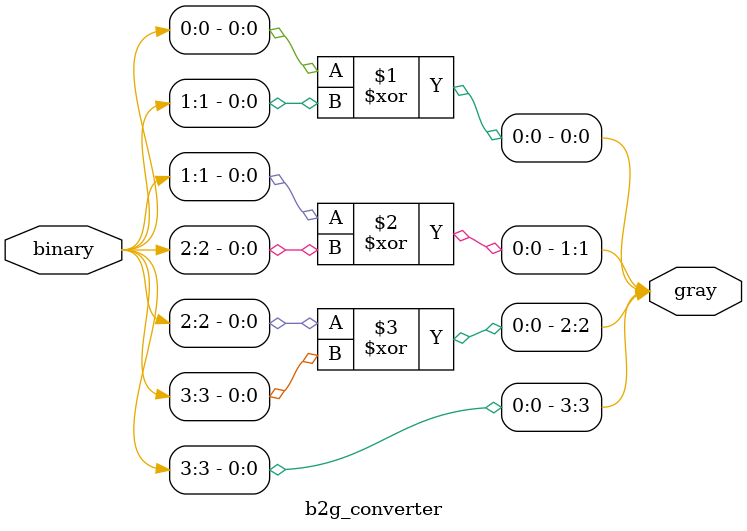
<source format=v>

module b2g_converter #(parameter WIDTH=4) (input [WIDTH-1:0] binary, output [WIDTH-1:0] gray);
  genvar i;    
  generate
    for(i=0;i<WIDTH-1;i++) begin
      assign gray[i] = binary[i] ^ binary[i+1];
    end
  endgenerate
  
  assign gray[WIDTH-1] = binary[WIDTH-1];

  // assign gray = (binary >> 1) ^ binary;
endmodule

</source>
